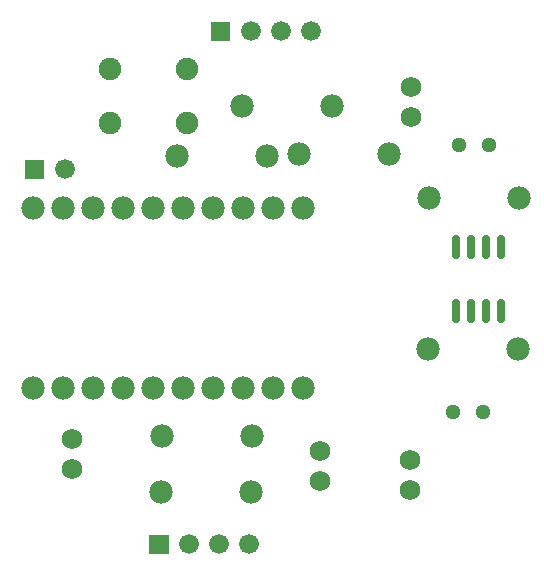
<source format=gts>
G04 Layer: TopSolderMaskLayer*
G04 EasyEDA v6.4.25, 2021-11-28T11:33:34--5:00*
G04 3e069f70b0c04cf4b9dc543adf14206e,103c4985fa89468a83afb685d03d8d7e,10*
G04 Gerber Generator version 0.2*
G04 Scale: 100 percent, Rotated: No, Reflected: No *
G04 Dimensions in millimeters *
G04 leading zeros omitted , absolute positions ,4 integer and 5 decimal *
%FSLAX45Y45*%
%MOMM*%

%ADD27C,0.6700*%
%ADD28C,1.9812*%
%ADD30C,1.6764*%
%ADD31C,1.2954*%
%ADD32C,1.7526*%
%ADD33C,1.9812*%
%ADD34C,1.9016*%

%LPD*%
D27*
X5715000Y2490980D02*
G01*
X5715000Y2352799D01*
X5842000Y2490980D02*
G01*
X5842000Y2352799D01*
X5969000Y2490980D02*
G01*
X5969000Y2352799D01*
X6096000Y2490980D02*
G01*
X6096000Y2352799D01*
X5715000Y3032000D02*
G01*
X5715000Y2893819D01*
X5842000Y3032000D02*
G01*
X5842000Y2893819D01*
X5969000Y3032000D02*
G01*
X5969000Y2893819D01*
X6096000Y3032000D02*
G01*
X6096000Y2893819D01*
D28*
G01*
X2133600Y3289300D03*
G01*
X2387600Y3289300D03*
G01*
X2641600Y3289300D03*
G01*
X2895600Y3289300D03*
G01*
X3149600Y3289300D03*
G01*
X3403600Y3289300D03*
G01*
X3657600Y3289300D03*
G01*
X3911600Y3289300D03*
G01*
X4165600Y3289300D03*
G01*
X4419600Y3289300D03*
G01*
X2133600Y1765300D03*
G01*
X2387600Y1765300D03*
G01*
X2641600Y1765300D03*
G01*
X2895600Y1765300D03*
G01*
X3149600Y1765300D03*
G01*
X3403600Y1765300D03*
G01*
X3657600Y1765300D03*
G01*
X3911600Y1765300D03*
G01*
X4165600Y1765300D03*
G01*
X4419600Y1765300D03*
G36*
X2062479Y3535679D02*
G01*
X2062479Y3703320D01*
X2230120Y3703320D01*
X2230120Y3535679D01*
G37*
D30*
G01*
X2400300Y3619500D03*
D31*
G01*
X5689600Y1562100D03*
G01*
X5943600Y1562100D03*
G01*
X5740400Y3822700D03*
G01*
X5994400Y3822700D03*
G36*
X3637279Y4704079D02*
G01*
X3637279Y4871720D01*
X3804920Y4871720D01*
X3804920Y4704079D01*
G37*
D30*
G01*
X3975100Y4787900D03*
G01*
X4229100Y4787900D03*
G01*
X4483100Y4787900D03*
G36*
X3116579Y360679D02*
G01*
X3116579Y528320D01*
X3284220Y528320D01*
X3284220Y360679D01*
G37*
G01*
X3454400Y444500D03*
G01*
X3708400Y444500D03*
G01*
X3962400Y444500D03*
D32*
G01*
X2463800Y1333500D03*
G01*
X2463800Y1079500D03*
G01*
X5321300Y1155700D03*
G01*
X5321300Y901700D03*
G01*
X4559300Y1231900D03*
G01*
X4559300Y977900D03*
G01*
X5334000Y4318000D03*
G01*
X5334000Y4064000D03*
D33*
G01*
X3225800Y1358900D03*
G01*
X3987800Y1358900D03*
G01*
X3213100Y889000D03*
G01*
X3975100Y889000D03*
G01*
X3352800Y3733800D03*
G01*
X4114800Y3733800D03*
G01*
X5473700Y2095500D03*
G01*
X6235700Y2095500D03*
G01*
X5486400Y3378200D03*
G01*
X6248400Y3378200D03*
G01*
X4381500Y3746500D03*
G01*
X5143500Y3746500D03*
G01*
X3898900Y4152900D03*
G01*
X4660900Y4152900D03*
D34*
G01*
X2786379Y4466844D03*
G01*
X2786379Y4016755D03*
G01*
X3436620Y4466844D03*
G01*
X3436620Y4016755D03*
M02*

</source>
